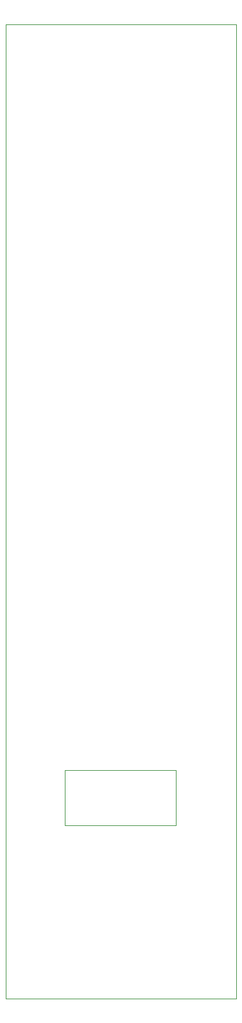
<source format=gbr>
%TF.GenerationSoftware,KiCad,Pcbnew,(6.0.7)*%
%TF.CreationDate,2023-02-07T22:18:11+09:00*%
%TF.ProjectId,scoppy_panel,73636f70-7079-45f7-9061-6e656c2e6b69,rev?*%
%TF.SameCoordinates,Original*%
%TF.FileFunction,Profile,NP*%
%FSLAX46Y46*%
G04 Gerber Fmt 4.6, Leading zero omitted, Abs format (unit mm)*
G04 Created by KiCad (PCBNEW (6.0.7)) date 2023-02-07 22:18:11*
%MOMM*%
%LPD*%
G01*
G04 APERTURE LIST*
%TA.AperFunction,Profile*%
%ADD10C,0.050000*%
%TD*%
G04 APERTURE END LIST*
D10*
X155100000Y-156000000D02*
X185500000Y-156000000D01*
X185500000Y-27500000D02*
X185500000Y-156000000D01*
X162900000Y-125900000D02*
X177500000Y-125900000D01*
X155100000Y-27500000D02*
X155100000Y-156000000D01*
X162900000Y-125900000D02*
X162900000Y-133200000D01*
X177500000Y-133200000D02*
X162900000Y-133200000D01*
X177500000Y-125900000D02*
X177500000Y-133200000D01*
X155100000Y-27500000D02*
X185500000Y-27500000D01*
M02*

</source>
